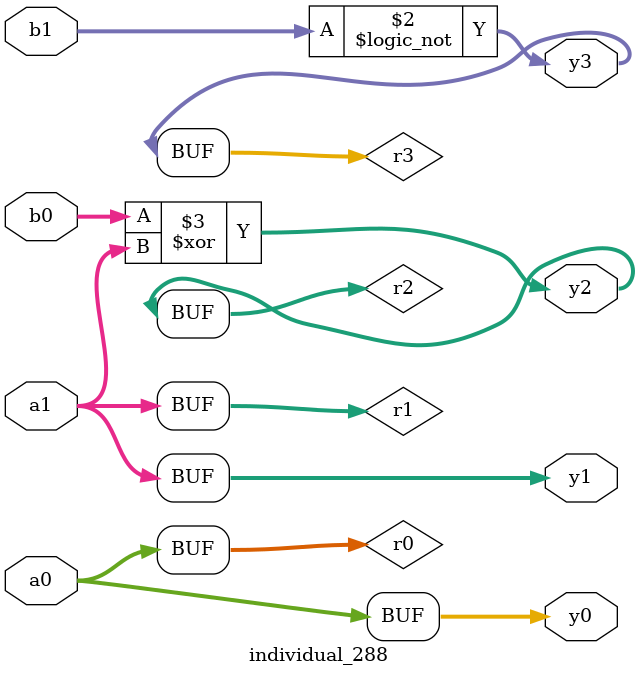
<source format=sv>
module individual_288(input logic [15:0] a1, input logic [15:0] a0, input logic [15:0] b1, input logic [15:0] b0, output logic [15:0] y3, output logic [15:0] y2, output logic [15:0] y1, output logic [15:0] y0);
logic [15:0] r0, r1, r2, r3; 
 always@(*) begin 
	 r0 = a0; r1 = a1; r2 = b0; r3 = b1; 
 	 r3 = ! r3 ;
 	 r2  ^=  a1 ;
 	 y3 = r3; y2 = r2; y1 = r1; y0 = r0; 
end
endmodule
</source>
